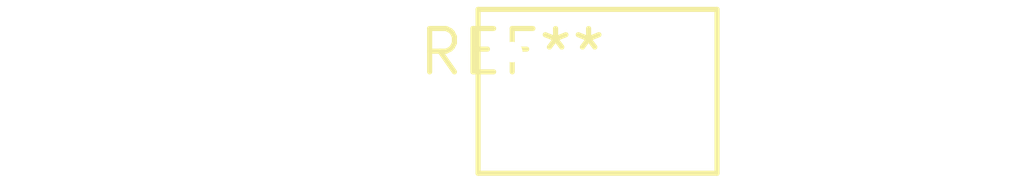
<source format=kicad_pcb>
(kicad_pcb (version 20240108) (generator pcbnew)
  (layers (0 "F.Cu" signal) (31 "B.Cu" signal) (34 "B.Paste" user) (35 "F.Paste" user) (36 "B.SilkS" user "B.Silkscreen") (37 "F.SilkS" user "F.Silkscreen") (38 "B.Mask" user) (39 "F.Mask" user) (44 "Edge.Cuts" user))
  (net 0 "")
  (footprint "RV_Disc_D7mm_W4.8mm_P5mm" (layer "F.Cu") (at 0 0)
    (property "Reference" "REF**")
    (property "Value" "RV_Disc_D7mm_W4.8mm_P5mm")
    (fp_line (start -1 -1.25) (end -1 3.55) (layer "F.SilkS") (stroke (width 0.15)))
    (fp_line (start -1 -1.25) (end 6 -1.25) (layer "F.SilkS") (stroke (width 0.15)))
    (fp_line (start -1 3.55) (end 6 3.55) (layer "F.SilkS") (stroke (width 0.15)))
    (fp_line (start 6 -1.25) (end 6 3.55) (layer "F.SilkS") (stroke (width 0.15)))
    (pad "1" thru_hole circle (at 0 0) (size 1.6 1.6) (drill 0.6) (layers *.Cu *.Mask) (remove_unused_layers))
    (pad "2" thru_hole circle (at 5 2.3) (size 1.6 1.6) (drill 0.6) (layers *.Cu *.Mask) (remove_unused_layers))
  )
)
</source>
